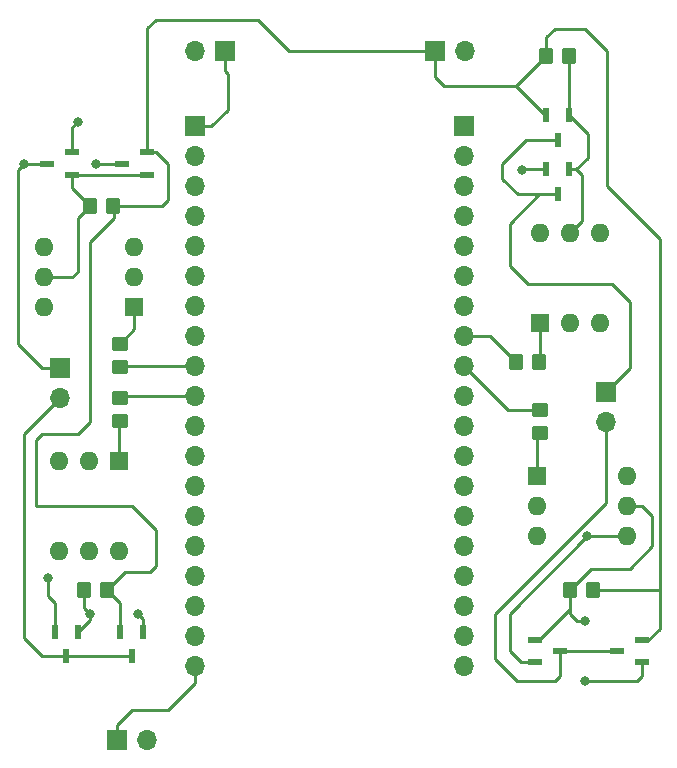
<source format=gtl>
G04 #@! TF.GenerationSoftware,KiCad,Pcbnew,(6.0.2)*
G04 #@! TF.CreationDate,2022-12-04T09:30:56-08:00*
G04 #@! TF.ProjectId,robot_pcb,726f626f-745f-4706-9362-2e6b69636164,rev?*
G04 #@! TF.SameCoordinates,Original*
G04 #@! TF.FileFunction,Copper,L1,Top*
G04 #@! TF.FilePolarity,Positive*
%FSLAX46Y46*%
G04 Gerber Fmt 4.6, Leading zero omitted, Abs format (unit mm)*
G04 Created by KiCad (PCBNEW (6.0.2)) date 2022-12-04 09:30:56*
%MOMM*%
%LPD*%
G01*
G04 APERTURE LIST*
G04 Aperture macros list*
%AMRoundRect*
0 Rectangle with rounded corners*
0 $1 Rounding radius*
0 $2 $3 $4 $5 $6 $7 $8 $9 X,Y pos of 4 corners*
0 Add a 4 corners polygon primitive as box body*
4,1,4,$2,$3,$4,$5,$6,$7,$8,$9,$2,$3,0*
0 Add four circle primitives for the rounded corners*
1,1,$1+$1,$2,$3*
1,1,$1+$1,$4,$5*
1,1,$1+$1,$6,$7*
1,1,$1+$1,$8,$9*
0 Add four rect primitives between the rounded corners*
20,1,$1+$1,$2,$3,$4,$5,0*
20,1,$1+$1,$4,$5,$6,$7,0*
20,1,$1+$1,$6,$7,$8,$9,0*
20,1,$1+$1,$8,$9,$2,$3,0*%
G04 Aperture macros list end*
G04 #@! TA.AperFunction,ComponentPad*
%ADD10R,1.700000X1.700000*%
G04 #@! TD*
G04 #@! TA.AperFunction,ComponentPad*
%ADD11O,1.700000X1.700000*%
G04 #@! TD*
G04 #@! TA.AperFunction,SMDPad,CuDef*
%ADD12R,0.600000X1.300000*%
G04 #@! TD*
G04 #@! TA.AperFunction,SMDPad,CuDef*
%ADD13R,1.300000X0.600000*%
G04 #@! TD*
G04 #@! TA.AperFunction,SMDPad,CuDef*
%ADD14RoundRect,0.250000X0.350000X0.450000X-0.350000X0.450000X-0.350000X-0.450000X0.350000X-0.450000X0*%
G04 #@! TD*
G04 #@! TA.AperFunction,ComponentPad*
%ADD15R,1.600000X1.600000*%
G04 #@! TD*
G04 #@! TA.AperFunction,ComponentPad*
%ADD16O,1.600000X1.600000*%
G04 #@! TD*
G04 #@! TA.AperFunction,SMDPad,CuDef*
%ADD17RoundRect,0.250000X-0.350000X-0.450000X0.350000X-0.450000X0.350000X0.450000X-0.350000X0.450000X0*%
G04 #@! TD*
G04 #@! TA.AperFunction,SMDPad,CuDef*
%ADD18RoundRect,0.250000X0.450000X-0.350000X0.450000X0.350000X-0.450000X0.350000X-0.450000X-0.350000X0*%
G04 #@! TD*
G04 #@! TA.AperFunction,SMDPad,CuDef*
%ADD19RoundRect,0.250000X-0.450000X0.350000X-0.450000X-0.350000X0.450000X-0.350000X0.450000X0.350000X0*%
G04 #@! TD*
G04 #@! TA.AperFunction,ViaPad*
%ADD20C,0.800000*%
G04 #@! TD*
G04 #@! TA.AperFunction,Conductor*
%ADD21C,0.250000*%
G04 #@! TD*
G04 APERTURE END LIST*
D10*
X106421000Y-107188000D03*
D11*
X108961000Y-107188000D03*
D12*
X108646000Y-98044000D03*
X106746000Y-98044000D03*
X107696000Y-100144000D03*
D13*
X109000000Y-59370000D03*
X109000000Y-57470000D03*
X106900000Y-58420000D03*
D10*
X113030000Y-55255000D03*
D11*
X113030000Y-57795000D03*
X113030000Y-60335000D03*
X113030000Y-62875000D03*
X113030000Y-65415000D03*
X113030000Y-67955000D03*
X113030000Y-70495000D03*
X113030000Y-73035000D03*
X113030000Y-75575000D03*
X113030000Y-78115000D03*
X113030000Y-80655000D03*
X113030000Y-83195000D03*
X113030000Y-85735000D03*
X113030000Y-88275000D03*
X113030000Y-90815000D03*
X113030000Y-93355000D03*
X113030000Y-95895000D03*
X113030000Y-98435000D03*
X113030000Y-100975000D03*
D12*
X103124000Y-98044000D03*
X101224000Y-98044000D03*
X102174000Y-100144000D03*
X144714000Y-58894000D03*
X142814000Y-58894000D03*
X143764000Y-60994000D03*
D10*
X115570000Y-48895000D03*
D11*
X113030000Y-48895000D03*
D14*
X142208000Y-75184000D03*
X140208000Y-75184000D03*
D13*
X150910000Y-100645000D03*
X150910000Y-98745000D03*
X148810000Y-99695000D03*
D15*
X142255000Y-71872000D03*
D16*
X144795000Y-71872000D03*
X147335000Y-71872000D03*
X147335000Y-64252000D03*
X144795000Y-64252000D03*
X142255000Y-64252000D03*
D13*
X141825000Y-98745000D03*
X141825000Y-100645000D03*
X143925000Y-99695000D03*
D17*
X103648000Y-94488000D03*
X105648000Y-94488000D03*
D10*
X135830000Y-55245000D03*
D11*
X135830000Y-57785000D03*
X135830000Y-60325000D03*
X135830000Y-62865000D03*
X135830000Y-65405000D03*
X135830000Y-67945000D03*
X135830000Y-70485000D03*
X135830000Y-73025000D03*
X135830000Y-75565000D03*
X135830000Y-78105000D03*
X135830000Y-80645000D03*
X135830000Y-83185000D03*
X135830000Y-85725000D03*
X135830000Y-88265000D03*
X135830000Y-90805000D03*
X135830000Y-93345000D03*
X135830000Y-95885000D03*
X135830000Y-98425000D03*
X135830000Y-100965000D03*
D18*
X142240000Y-81264000D03*
X142240000Y-79264000D03*
D13*
X102650000Y-59370000D03*
X102650000Y-57470000D03*
X100550000Y-58420000D03*
D19*
X106680000Y-73676000D03*
X106680000Y-75676000D03*
D15*
X107940000Y-70597000D03*
D16*
X107940000Y-68057000D03*
X107940000Y-65517000D03*
X100320000Y-65517000D03*
X100320000Y-68057000D03*
X100320000Y-70597000D03*
D12*
X144714000Y-54322000D03*
X142814000Y-54322000D03*
X143764000Y-56422000D03*
D15*
X141996000Y-84851000D03*
D16*
X141996000Y-87391000D03*
X141996000Y-89931000D03*
X149616000Y-89931000D03*
X149616000Y-87391000D03*
X149616000Y-84851000D03*
D14*
X144764000Y-49276000D03*
X142764000Y-49276000D03*
D10*
X133350000Y-48895000D03*
D11*
X135890000Y-48895000D03*
D10*
X101600000Y-75692000D03*
D11*
X101600000Y-78232000D03*
D10*
X147828000Y-77724000D03*
D11*
X147828000Y-80264000D03*
D17*
X104156000Y-61976000D03*
X106156000Y-61976000D03*
X144796000Y-94488000D03*
X146796000Y-94488000D03*
D15*
X106665000Y-83576000D03*
D16*
X104125000Y-83576000D03*
X101585000Y-83576000D03*
X101585000Y-91196000D03*
X104125000Y-91196000D03*
X106665000Y-91196000D03*
D18*
X106680000Y-80248000D03*
X106680000Y-78248000D03*
D20*
X104648000Y-58420000D03*
X98552000Y-58420000D03*
X140716000Y-58928000D03*
X100584000Y-93472000D03*
X146289000Y-89931000D03*
X103124000Y-54864000D03*
X104140000Y-96520000D03*
X108204000Y-96520000D03*
X146050000Y-97155000D03*
X146050000Y-102235000D03*
D21*
X106680000Y-73676000D02*
X107940000Y-72416000D01*
X107940000Y-72416000D02*
X107940000Y-70597000D01*
X113030000Y-55255000D02*
X114417000Y-55255000D01*
X115824000Y-50800000D02*
X115570000Y-50546000D01*
X114417000Y-55255000D02*
X115824000Y-53848000D01*
X115570000Y-50546000D02*
X115570000Y-48895000D01*
X115824000Y-53848000D02*
X115824000Y-50800000D01*
X105648000Y-94488000D02*
X106746000Y-95586000D01*
X106746000Y-95586000D02*
X106746000Y-98044000D01*
X109728000Y-89408000D02*
X107696000Y-87376000D01*
X100076000Y-81280000D02*
X103124000Y-81280000D01*
X152400000Y-94615000D02*
X152400000Y-97790000D01*
X104140000Y-65024000D02*
X106172000Y-62992000D01*
X109000000Y-57470000D02*
X109794000Y-57470000D01*
X133350000Y-48895000D02*
X133350000Y-51054000D01*
X143510000Y-46990000D02*
X146050000Y-46990000D01*
X152400000Y-97790000D02*
X151445000Y-98745000D01*
X109728000Y-92456000D02*
X109728000Y-89408000D01*
X152400000Y-64770000D02*
X152400000Y-94615000D01*
X121031000Y-48895000D02*
X118364000Y-46228000D01*
X106172000Y-62992000D02*
X106172000Y-61992000D01*
X147955000Y-60325000D02*
X152400000Y-64770000D01*
X133350000Y-48895000D02*
X121031000Y-48895000D01*
X142814000Y-54322000D02*
X142730000Y-54322000D01*
X110744000Y-61468000D02*
X110236000Y-61976000D01*
X104140000Y-80264000D02*
X104140000Y-65024000D01*
X107172000Y-92964000D02*
X109220000Y-92964000D01*
X118364000Y-46228000D02*
X109728000Y-46228000D01*
X151445000Y-98745000D02*
X150910000Y-98745000D01*
X134112000Y-51816000D02*
X140224000Y-51816000D01*
X152273000Y-94488000D02*
X152400000Y-94615000D01*
X106172000Y-61992000D02*
X106156000Y-61976000D01*
X142730000Y-54322000D02*
X140224000Y-51816000D01*
X140224000Y-51816000D02*
X142764000Y-49276000D01*
X146796000Y-94488000D02*
X152273000Y-94488000D01*
X110236000Y-61976000D02*
X106156000Y-61976000D01*
X133350000Y-51054000D02*
X134112000Y-51816000D01*
X105648000Y-94488000D02*
X107172000Y-92964000D01*
X109794000Y-57470000D02*
X110744000Y-58420000D01*
X99568000Y-87376000D02*
X99568000Y-81788000D01*
X142764000Y-49276000D02*
X142764000Y-47736000D01*
X99568000Y-81788000D02*
X100076000Y-81280000D01*
X142764000Y-47736000D02*
X143510000Y-46990000D01*
X109000000Y-46956000D02*
X109000000Y-57470000D01*
X109728000Y-46228000D02*
X109000000Y-46956000D01*
X110744000Y-58420000D02*
X110744000Y-61468000D01*
X146050000Y-46990000D02*
X147955000Y-48895000D01*
X147955000Y-48895000D02*
X147955000Y-60325000D01*
X103124000Y-81280000D02*
X104140000Y-80264000D01*
X107696000Y-87376000D02*
X99568000Y-87376000D01*
X109220000Y-92964000D02*
X109728000Y-92456000D01*
X142255000Y-71872000D02*
X142255000Y-75137000D01*
X142255000Y-75137000D02*
X142208000Y-75184000D01*
X142240000Y-81264000D02*
X141996000Y-81508000D01*
X141996000Y-81508000D02*
X141996000Y-84851000D01*
X106781000Y-75575000D02*
X113030000Y-75575000D01*
X106680000Y-75676000D02*
X106781000Y-75575000D01*
X138049000Y-73025000D02*
X135830000Y-73025000D01*
X140208000Y-75184000D02*
X138049000Y-73025000D01*
X106813000Y-78115000D02*
X106680000Y-78248000D01*
X113030000Y-78115000D02*
X106813000Y-78115000D01*
X139529000Y-79264000D02*
X142240000Y-79264000D01*
X135830000Y-75565000D02*
X139529000Y-79264000D01*
X106421000Y-107188000D02*
X106421000Y-105923000D01*
X106421000Y-105923000D02*
X107696000Y-104648000D01*
X107696000Y-104648000D02*
X110744000Y-104648000D01*
X113030000Y-102362000D02*
X113030000Y-100975000D01*
X110744000Y-104648000D02*
X113030000Y-102362000D01*
X106665000Y-80263000D02*
X106665000Y-83576000D01*
X106680000Y-80248000D02*
X106665000Y-80263000D01*
X98044000Y-73660000D02*
X98044000Y-58928000D01*
X101600000Y-75692000D02*
X100076000Y-75692000D01*
X98552000Y-58420000D02*
X100550000Y-58420000D01*
X98044000Y-58928000D02*
X98552000Y-58420000D01*
X106900000Y-58420000D02*
X104648000Y-58420000D01*
X100076000Y-75692000D02*
X98044000Y-73660000D01*
X102174000Y-100144000D02*
X107696000Y-100144000D01*
X98552000Y-81280000D02*
X101600000Y-78232000D01*
X102174000Y-100144000D02*
X100144000Y-100144000D01*
X100144000Y-100144000D02*
X98552000Y-98552000D01*
X98552000Y-98552000D02*
X98552000Y-81280000D01*
X140369000Y-60994000D02*
X139065000Y-59690000D01*
X139700000Y-63500000D02*
X142206000Y-60994000D01*
X148336000Y-68580000D02*
X141224000Y-68580000D01*
X149860000Y-70104000D02*
X148336000Y-68580000D01*
X147828000Y-77724000D02*
X149860000Y-75692000D01*
X139065000Y-58420000D02*
X141063000Y-56422000D01*
X142206000Y-60994000D02*
X140369000Y-60994000D01*
X141063000Y-56422000D02*
X143764000Y-56422000D01*
X149860000Y-75692000D02*
X149860000Y-70104000D01*
X141224000Y-68580000D02*
X139700000Y-67056000D01*
X139700000Y-67056000D02*
X139700000Y-63500000D01*
X142206000Y-60994000D02*
X143764000Y-60994000D01*
X139065000Y-59690000D02*
X139065000Y-58420000D01*
X143925000Y-101820000D02*
X143925000Y-99695000D01*
X138430000Y-96520000D02*
X138430000Y-100330000D01*
X147828000Y-80264000D02*
X147828000Y-87122000D01*
X140335000Y-102235000D02*
X143510000Y-102235000D01*
X143925000Y-99695000D02*
X148810000Y-99695000D01*
X138430000Y-100330000D02*
X140335000Y-102235000D01*
X147828000Y-87122000D02*
X138430000Y-96520000D01*
X143510000Y-102235000D02*
X143925000Y-101820000D01*
X139700000Y-96520000D02*
X139700000Y-99695000D01*
X102650000Y-55338000D02*
X102650000Y-57470000D01*
X100584000Y-93472000D02*
X100584000Y-94996000D01*
X101224000Y-95636000D02*
X101224000Y-98044000D01*
X103124000Y-54864000D02*
X102650000Y-55338000D01*
X100584000Y-94996000D02*
X101224000Y-95636000D01*
X140750000Y-58894000D02*
X140716000Y-58928000D01*
X139700000Y-99695000D02*
X140650000Y-100645000D01*
X149616000Y-89931000D02*
X146289000Y-89931000D01*
X140650000Y-100645000D02*
X141825000Y-100645000D01*
X146289000Y-89931000D02*
X139700000Y-96520000D01*
X142814000Y-58894000D02*
X140750000Y-58894000D01*
X102650000Y-60470000D02*
X104156000Y-61976000D01*
X103124000Y-63008000D02*
X104156000Y-61976000D01*
X103124000Y-67564000D02*
X103124000Y-63008000D01*
X100320000Y-68057000D02*
X102631000Y-68057000D01*
X102631000Y-68057000D02*
X103124000Y-67564000D01*
X102650000Y-59370000D02*
X109000000Y-59370000D01*
X102650000Y-59370000D02*
X102650000Y-60470000D01*
X103648000Y-94488000D02*
X103648000Y-96028000D01*
X108646000Y-98044000D02*
X108646000Y-96962000D01*
X103648000Y-96028000D02*
X104140000Y-96520000D01*
X104140000Y-96520000D02*
X104140000Y-97028000D01*
X104140000Y-97028000D02*
X103124000Y-98044000D01*
X108646000Y-96962000D02*
X108204000Y-96520000D01*
X145796000Y-63251000D02*
X145796000Y-59368000D01*
X144795000Y-64252000D02*
X145796000Y-63251000D01*
X144714000Y-49326000D02*
X144714000Y-54322000D01*
X144764000Y-49276000D02*
X144714000Y-49326000D01*
X144714000Y-58894000D02*
X145322000Y-58894000D01*
X145796000Y-59368000D02*
X145322000Y-58894000D01*
X146304000Y-55912000D02*
X144714000Y-54322000D01*
X146304000Y-57912000D02*
X146304000Y-55912000D01*
X145322000Y-58894000D02*
X146304000Y-57912000D01*
X150910000Y-101820000D02*
X150495000Y-102235000D01*
X149860000Y-92710000D02*
X151765000Y-90805000D01*
X151765000Y-90805000D02*
X151765000Y-88265000D01*
X151765000Y-88265000D02*
X150891000Y-87391000D01*
X146574000Y-92710000D02*
X149860000Y-92710000D01*
X142175000Y-98745000D02*
X144796000Y-96124000D01*
X144796000Y-94488000D02*
X146574000Y-92710000D01*
X150495000Y-102235000D02*
X146050000Y-102235000D01*
X141825000Y-98745000D02*
X142175000Y-98745000D01*
X150891000Y-87391000D02*
X149616000Y-87391000D01*
X144796000Y-96536000D02*
X144796000Y-96124000D01*
X150910000Y-100645000D02*
X150910000Y-101820000D01*
X145415000Y-97155000D02*
X144796000Y-96536000D01*
X146050000Y-97155000D02*
X145415000Y-97155000D01*
X144796000Y-96124000D02*
X144796000Y-94488000D01*
M02*

</source>
